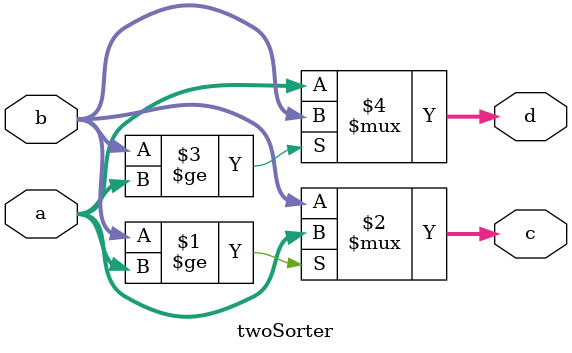
<source format=sv>
module twoSorter(
  input logic[3:0] a,
  input logic[3:0] b,
  output logic[3:0] c,
  output logic[3:0] d
  );

  assign c = b >= a ? a : b;
  assign d = b >= a ? b : a;

endmodule: twoSorter
</source>
